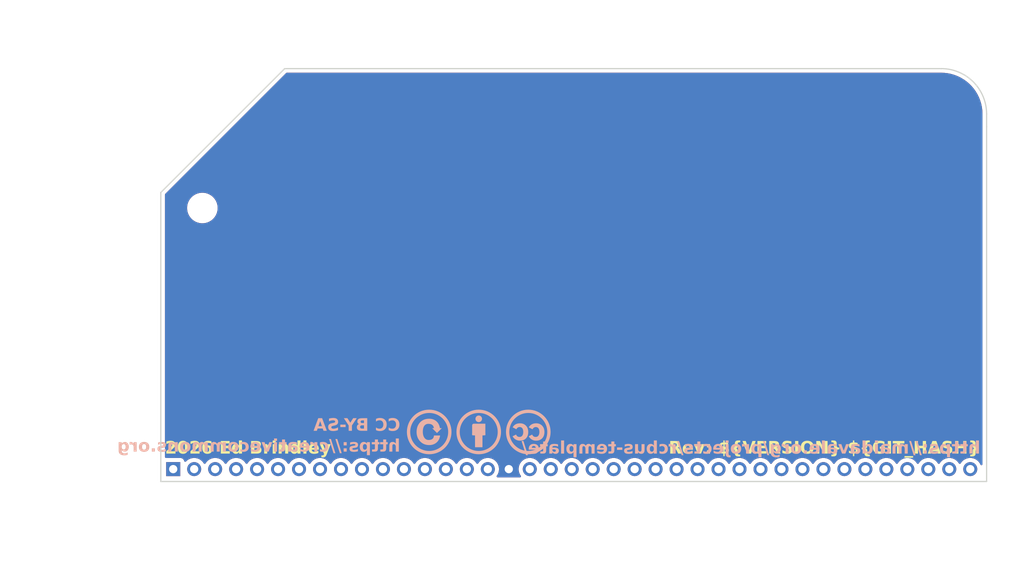
<source format=kicad_pcb>
(kicad_pcb (version 20241229) (generator "pcbnew") (generator_version "9.0")
  (title_block (title "RCBUS Template") (date "@date@") (rev "@version@"))
  (layers (0 "F.Cu" signal "Front") (2 "B.Cu" signal "Back") (13 "F.Paste" user) (15 "B.Paste" user) (5 "F.SilkS" user "F.Silkscreen") (7 "B.SilkS" user "B.Silkscreen") (1 "F.Mask" user) (3 "B.Mask" user) (25 "Edge.Cuts" user))
  (net 0 "")
  (net 1 "+5V")
  (net 2 "GND")
  (net 3 "/D0")
  (net 4 "/D1")
  (net 5 "/D2")
  (net 6 "/D3")
  (net 7 "/D4")
  (net 8 "/D5")
  (net 9 "/D6")
  (net 10 "/D7")
  (net 11 "/A1")
  (net 12 "/A4")
  (net 13 "/A3")
  (net 14 "/A2")
  (net 15 "/A5")
  (net 16 "/A6")
  (net 17 "/A7")
  (net 18 "/A0")
  (net 19 "/~{RESET}")
  (net 20 "/~{WR}")
  (net 21 "/~{IORQ}")
  (net 22 "/~{RD}")
  (net 24 "/~{INT}")
  (footprint "MountingHole:MountingHole_3.2mm_M3" (layer "F.Cu") (at 65.032 131.882)
    (property "Reference" "H1" (hide yes))
    (property "Value" "MountingHole")
    (pad "" np_thru_hole circle (at 0 0) (size 3.2 3.2) (drill 3.2) (layers "*.Cu" "*.Mask"))
  )
  (footprint "electrified:PinHeader_1x39_P2.54mm_Vertical" (layer "F.Cu") (at 61.5 163.5 90)
    (property "Reference" "P1" (hide yes))
    (property "Value" "1x39 pin header")
    (pad "1" thru_hole rect (at 0 0 90) (size 1.7 1.7) (drill 1) (layers "*.Cu" "*.Mask"))
    (pad "2" thru_hole oval (at 0 2.54 90) (size 1.7 1.7) (drill 1) (layers "*.Cu" "*.Mask"))
    (pad "3" thru_hole oval (at 0 5.08 90) (size 1.7 1.7) (drill 1) (layers "*.Cu" "*.Mask"))
    (pad "4" thru_hole oval (at 0 7.62 90) (size 1.7 1.7) (drill 1) (layers "*.Cu" "*.Mask"))
    (pad "5" thru_hole oval (at 0 10.16 90) (size 1.7 1.7) (drill 1) (layers "*.Cu" "*.Mask"))
    (pad "6" thru_hole oval (at 0 12.7 90) (size 1.7 1.7) (drill 1) (layers "*.Cu" "*.Mask"))
    (pad "7" thru_hole oval (at 0 15.24 90) (size 1.7 1.7) (drill 1) (layers "*.Cu" "*.Mask"))
    (pad "8" thru_hole oval (at 0 17.78 90) (size 1.7 1.7) (drill 1) (layers "*.Cu" "*.Mask"))
    (pad "9" thru_hole oval (at 0 20.32 90) (size 1.7 1.7) (drill 1) (layers "*.Cu" "*.Mask") (net 17 "/A7"))
    (pad "10" thru_hole oval (at 0 22.86 90) (size 1.7 1.7) (drill 1) (layers "*.Cu" "*.Mask") (net 16 "/A6"))
    (pad "11" thru_hole oval (at 0 25.4 90) (size 1.7 1.7) (drill 1) (layers "*.Cu" "*.Mask") (net 15 "/A5"))
    (pad "12" thru_hole oval (at 0 27.94 90) (size 1.7 1.7) (drill 1) (layers "*.Cu" "*.Mask") (net 12 "/A4"))
    (pad "13" thru_hole oval (at 0 30.48 90) (size 1.7 1.7) (drill 1) (layers "*.Cu" "*.Mask") (net 13 "/A3"))
    (pad "14" thru_hole oval (at 0 33.02 90) (size 1.7 1.7) (drill 1) (layers "*.Cu" "*.Mask") (net 14 "/A2"))
    (pad "15" thru_hole oval (at 0 35.56 90) (size 1.7 1.7) (drill 1) (layers "*.Cu" "*.Mask") (net 11 "/A1"))
    (pad "16" thru_hole oval (at 0 38.1 90) (size 1.7 1.7) (drill 1) (layers "*.Cu" "*.Mask") (net 18 "/A0"))
    (pad "17" thru_hole oval (at 0 40.64 90) (size 1.7 1.7) (drill 1) (layers "*.Cu" "*.Mask") (net 2 "GND"))
    (pad "18" thru_hole oval (at 0 43.18 90) (size 1.7 1.7) (drill 1) (layers "*.Cu" "*.Mask") (net 1 "+5V"))
    (pad "19" thru_hole oval (at 0 45.72 90) (size 1.7 1.7) (drill 1) (layers "*.Cu" "*.Mask"))
    (pad "20" thru_hole oval (at 0 48.26 90) (size 1.7 1.7) (drill 1) (layers "*.Cu" "*.Mask") (net 19 "/~{RESET}"))
    (pad "21" thru_hole oval (at 0 50.8 90) (size 1.7 1.7) (drill 1) (layers "*.Cu" "*.Mask"))
    (pad "22" thru_hole oval (at 0 53.34 90) (size 1.7 1.7) (drill 1) (layers "*.Cu" "*.Mask") (net 24 "/~{INT}"))
    (pad "23" thru_hole oval (at 0 55.88 90) (size 1.7 1.7) (drill 1) (layers "*.Cu" "*.Mask"))
    (pad "24" thru_hole oval (at 0 58.42 90) (size 1.7 1.7) (drill 1) (layers "*.Cu" "*.Mask") (net 20 "/~{WR}"))
    (pad "25" thru_hole oval (at 0 60.96 90) (size 1.7 1.7) (drill 1) (layers "*.Cu" "*.Mask") (net 22 "/~{RD}"))
    (pad "26" thru_hole oval (at 0 63.5 90) (size 1.7 1.7) (drill 1) (layers "*.Cu" "*.Mask") (net 21 "/~{IORQ}"))
    (pad "27" thru_hole oval (at 0 66.04 90) (size 1.7 1.7) (drill 1) (layers "*.Cu" "*.Mask") (net 3 "/D0"))
    (pad "28" thru_hole oval (at 0 68.58 90) (size 1.7 1.7) (drill 1) (layers "*.Cu" "*.Mask") (net 4 "/D1"))
    (pad "29" thru_hole oval (at 0 71.12 90) (size 1.7 1.7) (drill 1) (layers "*.Cu" "*.Mask") (net 5 "/D2"))
    (pad "30" thru_hole oval (at 0 73.66 90) (size 1.7 1.7) (drill 1) (layers "*.Cu" "*.Mask") (net 6 "/D3"))
    (pad "31" thru_hole oval (at 0 76.2 90) (size 1.7 1.7) (drill 1) (layers "*.Cu" "*.Mask") (net 7 "/D4"))
    (pad "32" thru_hole oval (at 0 78.74 90) (size 1.7 1.7) (drill 1) (layers "*.Cu" "*.Mask") (net 8 "/D5"))
    (pad "33" thru_hole oval (at 0 81.28 90) (size 1.7 1.7) (drill 1) (layers "*.Cu" "*.Mask") (net 9 "/D6"))
    (pad "34" thru_hole oval (at 0 83.82 90) (size 1.7 1.7) (drill 1) (layers "*.Cu" "*.Mask") (net 10 "/D7"))
    (pad "35" thru_hole oval (at 0 86.36 90) (size 1.7 1.7) (drill 1) (layers "*.Cu" "*.Mask"))
    (pad "36" thru_hole oval (at 0 88.9 90) (size 1.7 1.7) (drill 1) (layers "*.Cu" "*.Mask"))
    (pad "37" thru_hole oval (at 0 91.44 90) (size 1.7 1.7) (drill 1) (layers "*.Cu" "*.Mask"))
    (pad "38" thru_hole oval (at 0 93.98 90) (size 1.7 1.7) (drill 1) (layers "*.Cu" "*.Mask"))
    (pad "39" thru_hole oval (at 0 96.52 90) (size 1.7 1.7) (drill 1) (layers "*.Cu" "*.Mask"))
  )
  (footprint "electrified:Symbol_CC-Attribution_Silk_Small" (layer "B.Cu") (at 98.5 159 180)
    (property "Reference" "G4" (hide yes))
    (property "Value" "Symbol_CC-Attribution_Silk_Small" (hide yes))
    (fp_rect (start -0.45 0) (end 0.45 -1.85) (fill yes) (layer "B.SilkS"))
    (fp_rect (start -0.6 0.8) (end 0.6 -0.2) (stroke (width 0.4)) (fill yes) (layer "B.SilkS"))
    (fp_rect (start -0.8 -0.2) (end 0.8 -0.4) (fill yes) (layer "B.SilkS"))
    (fp_circle (center 0.00064 0) (end 2.50064 0) (stroke (width 0.4)) (fill no) (layer "B.SilkS"))
    (fp_circle (center 0 1.59) (end 0.3 1.59) (stroke (width 0.2)) (fill yes) (layer "B.SilkS"))
  )
  (footprint "electrified:Symbol_CC-ShareAlike_Silk_Small" (layer "B.Cu") (at 92.5 159 180)
    (property "Reference" "G5" (hide yes))
    (property "Value" "Symbol_CC-ShareAlike_Silk_Small" (hide yes))
    (fp_circle (center 0.00064 0) (end 2.50064 0) (stroke (width 0.4)) (fill no) (layer "B.SilkS"))
    (fp_poly (pts (xy 0.089378 1.599407) (xy 0.173326 1.594134) (xy 0.255047 1.585345) (xy 0.33454 1.573042) (xy 0.411806 1.557226) (xy 0.486844 1.537895) (xy 0.559651 1.515053) (xy 0.630228 1.488697) (xy 0.698574 1.45883) (xy 0.764688 1.425452) (xy 0.82857 1.388564) (xy 0.890217 1.348165) (xy 0.949631 1.304256) (xy 1.006809 1.256839) (xy 1.06175 1.205913) (xy 1.114456 1.151479) (xy 1.16443 1.094264) (xy 1.211182 1.035063) (xy 1.25471 0.973877) (xy 1.295015 0.910706) (xy 1.332096 0.84555) (xy 1.365953 0.778409) (xy 1.396587 0.709284) (xy 1.423997 0.638175) (xy 1.448182 0.565082) (xy 1.469143 0.490005) (xy 1.48688 0.412946) (xy 1.501392 0.333903) (xy 1.512679 0.252878) (xy 1.520742 0.169871) (xy 1.52558 0.084881) (xy 1.527192 -0.002091) (xy 1.525518 -0.086531) (xy 1.520495 -0.169169) (xy 1.512123 -0.250007) (xy 1.500404 -0.329043) (xy 1.485336 -0.406278) (xy 1.466921 -0.481713) (xy 1.445159 -0.555347) (xy 1.420049 -0.627181) (xy 1.391593 -0.697214) (xy 1.35979 -0.765447) (xy 1.324642 -0.83188) (xy 1.286147 -0.896512) (xy 1.244306 -0.959346) (xy 1.19912 -1.020379) (xy 1.150589 -1.079613) (xy 1.098713 -1.137047) (xy 1.044108 -1.191818) (xy 0.987526 -1.243058) (xy 0.928967 -1.290769) (xy 0.86843 -1.334948) (xy 0.805913 -1.375597) (xy 0.741416 -1.412713) (xy 0.674937 -1.446298) (xy 0.606476 -1.476349) (xy 0.53603 -1.502867) (xy 0.4636 -1.525851) (xy 0.389184 -1.545301) (xy 0.312781 -1.561215) (xy 0.23439 -1.573594) (xy 0.15401 -1.582437) (xy 0.07164 -1.587743) (xy -0.012722 -1.589512) (xy -0.075023 -1.588334) (xy -0.136249 -1.584801) (xy -0.1964 -1.578913) (xy -0.255477 -1.57067) (xy -0.313478 -1.56007) (xy -0.370405 -1.547114) (xy -0.426257 -1.531801) (xy -0.481033 -1.514132) (xy -0.534734 -1.494105) (xy -0.587359 -1.471722) (xy -0.638908 -1.44698) (xy -0.689382 -1.419881) (xy -0.73878 -1.390424) (xy -0.787101 -1.358608) (xy -0.834347 -1.324433) (xy -0.880516 -1.2879) (xy -0.925025 -1.249196) (xy -0.967259 -1.20851) (xy -1.007216 -1.165842) (xy -1.044898 -1.121192) (xy -1.080305 -1.074559) (xy -1.113437 -1.025943) (xy -1.144295 -0.975344) (xy -1.172878 -0.922762) (xy -1.199189 -0.868195) (xy -1.223226 -0.811645) (xy -1.244991 -0.75311) (xy -1.264483 -0.692591) (xy -1.281703 -0.630087) (xy -1.296652 -0.565598) (xy -1.30933 -0.499123) (xy -1.319737 -0.430663) (xy -0.57344 -0.430663) (xy -0.571207 -0.463873) (xy -0.567805 -0.496028) (xy -0.563235 -0.527129) (xy -0.557497 -0.557176) (xy -0.55059 -0.586169) (xy -0.542515 -0.614107) (xy -0.533272 -0.640991) (xy -0.522861 -0.666821) (xy -0.511282 -0.691597) (xy -0.498534 -0.715318) (xy -0.484618 -0.737985) (xy -0.469534 -0.759597) (xy -0.453282 -0.780156) (xy -0.435861 -0.79966) (xy -0.417273 -0.81811) (xy -0.397516 -0.835505) (xy -0.37659 -0.851847) (xy -0.354497 -0.867134) (xy -0.331235 -0.881366) (xy -0.306805 -0.894545) (xy -0.281207 -0.906669) (xy -0.254441 -0.917739) (xy -0.226507 -0.927755) (xy -0.197404 -0.936716) (xy -0.167133 -0.944623) (xy -0.135694 -0.951476) (xy -0.103086 -0.957274) (xy -0.06931 -0.962019) (xy -0.034367 -0.965708) (xy 0.001746 -0.968344) (xy 0.039026 -0.969926) (xy 0.077475 -0.970453) (xy 0.116 -0.969398) (xy 0.153581 -0.966234) (xy 0.190217 -0.960961) (xy 0.225906 -0.953578) (xy 0.260648 -0.944088) (xy 0.294443 -0.932489) (xy 0.32729 -0.918782) (xy 0.359188 -0.902967) (xy 0.390136 -0.885045) (xy 0.420134 -0.865016) (xy 0.449181 -0.84288) (xy 0.477277 -0.818637) (xy 0.50442 -0.792287) (xy 0.530611 -0.763832) (xy 0.555847 -0.733271) (xy 0.58013 -0.700604) (xy 0.603224 -0.666179) (xy 0.624828 -0.630344) (xy 0.64494 -0.5931) (xy 0.663562 -0.554447) (xy 0.680693 -0.514386) (xy 0.696334 -0.472918) (xy 0.710485 -0.430042) (xy 0.723146 -0.385761) (xy 0.734316 -0.340075) (xy 0.743997 -0.292984) (xy 0.752188 -0.244489) (xy 0.758889 -0.19459) (xy 0.764101 -0.143289) (xy 0.767824 -0.090586) (xy 0.770058 -0.036482) (xy 0.770802 0.019023) (xy 0.77012 0.077022) (xy 0.768072 0.133261) (xy 0.76466 0.187741) (xy 0.759883 0.240461) (xy 0.753743 0.291423) (xy 0.746238 0.340627) (xy 0.73737 0.388074) (xy 0.727139 0.433762) (xy 0.715545 0.477694) (xy 0.702588 0.51987) (xy 0.688268 0.560289) (xy 0.672587 0.598952) (xy 0.655543 0.63586) (xy 0.637138 0.671014) (xy 0.617371 0.704412) (xy 0.596243 0.736057) (xy 0.573803 0.765847) (xy 0.550169 0.793716) (xy 0.525339 0.819664) (xy 0.499313 0.843691) (xy 0.47209 0.865796) (xy 0.443669 0.88598) (xy 0.41405 0.904242) (xy 0.383231 0.920582) (xy 0.351212 0.935001) (xy 0.317991 0.947498) (xy 0.283569 0.958072) (xy 0.247945 0.966724) (xy 0.211116 0.973454) (xy 0.173084 0.978261) (xy 0.133846 0.981145) (xy 0.093403 0.982106) (xy 0.021324 0.980061) (xy -0.046698 0.973924) (xy -0.110664 0.963695) (xy -0.170576 0.949375) (xy -0.199011 0.940681) (xy -0.226432 0.930963) (xy -0.25284 0.920223) (xy -0.278234 0.908459) (xy -0.302615 0.895673) (xy -0.325982 0.881864) (xy -0.348336 0.867031) (xy -0.369676 0.851176) (xy -0.390003 0.834297) (xy -0.409317 0.816395) (xy -0.427618 0.79747) (xy -0.444905 0.777523) (xy -0.46118 0.756551) (xy -0.476441 0.734557) (xy -0.490689 0.71154) (xy -0.503925 0.687499) (xy -0.516147 0.662435) (xy -0.527357 0.636348) (xy -0.537553 0.609238) (xy -0.546738 0.581104) (xy -0.554909 0.551948) (xy -0.562068 0.521767) (xy -0.573347 0.458337) (xy -0.356376 0.458337) (xy -0.943671 -0.129051) (xy -1.53106 0.458337) (xy -1.298438 0.458245) (xy -1.28681 0.525417) (xy -1.273075 0.590666) (xy -1.257231 0.653992) (xy -1.239279 0.715395) (xy -1.219218 0.774875) (xy -1.197049 0.832432) (xy -1.17277 0.888066) (xy -1.146382 0.941777) (xy -1.117885 0.993565) (xy -1.087277 1.043431) (xy -1.05456 1.091373) (xy -1.019732 1.137392) (xy -0.982793 1.181488) (xy -0.943743 1.223661) (xy -0.902582 1.263912) (xy -0.859309 1.302239) (xy -0.814399 1.338437) (xy -0.768291 1.3723) (xy -0.720984 1.403827) (xy -0.672478 1.433019) (xy -0.622773 1.459876) (xy -0.571868 1.484397) (xy -0.519764 1.506583) (xy -0.466459 1.526434) (xy -0.411955 1.543949) (xy -0.35625 1.559129) (xy -0.299344 1.571973) (xy -0.241237 1.582482) (xy -0.181929 1.590656) (xy -0.12142 1.596494) (xy -0.059708 1.599997) (xy 0.003206 1.601165)) (fill yes) (layer "B.SilkS"))
  )
  (footprint "electrified:Symbol_CreativeCommons_Silk_Type2_Small" (layer "B.Cu") (at 104.5 159 180)
    (property "Reference" "G3" (hide yes))
    (property "Value" "Symbol_CreativeCommons_Silk_Type2_Small" (hide yes))
    (fp_circle (center 0 0) (end 2.5 0) (stroke (width 0.4)) (fill no) (layer "B.SilkS"))
    (fp_poly (pts (xy -0.883804 1.045736) (xy -0.809352 1.040027) (xy -0.737692 1.030487) (xy -0.668823 1.017116) (xy -0.602744 0.999913) (xy -0.539456 0.97888) (xy -0.478956 0.954016) (xy -0.421246 0.925322) (xy -0.366323 0.892798) (xy -0.314188 0.856444) (xy -0.264839 0.816262) (xy -0.218277 0.77225) (xy -0.174501 0.72441) (xy -0.133509 0.672742) (xy -0.095302 0.617245) (xy -0.059878 0.557921) (xy -0.513586 0.322018) (xy -0.522802 0.340539) (xy -0.532274 0.358356) (xy -0.542002 0.375471) (xy -0.551987 0.391882) (xy -0.562228 0.407588) (xy -0.572726 0.422589) (xy -0.583482 0.436884) (xy -0.594495 0.450474) (xy -0.605767 0.463356) (xy -0.617296 0.47553) (xy -0.629084 0.486997) (xy -0.641131 0.497755) (xy -0.653438 0.507803) (xy -0.666003 0.517141) (xy -0.678829 0.525769) (xy -0.691915 0.533685) (xy -0.705091 0.540991) (xy -0.718148 0.547828) (xy -0.731087 0.554196) (xy -0.743907 0.560094) (xy -0.756609 0.565522) (xy -0.769192 0.570479) (xy -0.781657 0.574966) (xy -0.794004 0.578982) (xy -0.806234 0.582526) (xy -0.818345 0.585599) (xy -0.830339 0.5882) (xy -0.842216 0.590329) (xy -0.853976 0.591985) (xy -0.865618 0.593169) (xy -0.877144 0.593879) (xy -0.888553 0.594116) (xy -0.916448 0.593531) (xy -0.943458 0.591778) (xy -0.969584 0.588855) (xy -0.994825 0.584764) (xy -1.019182 0.579503) (xy -1.042654 0.573074) (xy -1.065242 0.565475) (xy -1.086944 0.556707) (xy -1.107762 0.54677) (xy -1.127695 0.535663) (xy -1.146742 0.523388) (xy -1.164905 0.509942) (xy -1.182182 0.495328) (xy -1.198574 0.479544) (xy -1.21408 0.46259) (xy -1.228701 0.444468) (xy -1.242437 0.425175) (xy -1.255287 0.404713) (xy -1.267251 0.383081) (xy -1.27833 0.36028) (xy -1.288522 0.336309) (xy -1.297829 0.311168) (xy -1.30625 0.284858) (xy -1.313785 0.257377) (xy -1.320433 0.228727) (xy -1.326196 0.198907) (xy -1.331072 0.167917) (xy -1.335061 0.135757) (xy -1.338165 0.102427) (xy -1.340381 0.067927) (xy -1.341711 0.032257) (xy -1.342155 -0.004583) (xy -1.341706 -0.038169) (xy -1.340359 -0.070902) (xy -1.338115 -0.102782) (xy -1.334973 -0.133811) (xy -1.330934 -0.163988) (xy -1.325998 -0.193314) (xy -1.320164 -0.22179) (xy -1.313434 -0.249415) (xy -1.305807 -0.276192) (xy -1.297284 -0.302118) (xy -1.287864 -0.327197) (xy -1.277548 -0.351427) (xy -1.266336 -0.37481) (xy -1.254229 -0.397345) (xy -1.241225 -0.419033) (xy -1.227326 -0.439876) (xy -1.212533 -0.459657) (xy -1.19689 -0.478164) (xy -1.180396 -0.495395) (xy -1.163052 -0.511351) (xy -1.15406 -0.518851) (xy -1.144856 -0.526032) (xy -1.135439 -0.532893) (xy -1.12581 -0.539436) (xy -1.115968 -0.54566) (xy -1.105913 -0.551565) (xy -1.095645 -0.557151) (xy -1.085165 -0.562418) (xy -1.063566 -0.571994) (xy -1.041117 -0.580294) (xy -1.017817 -0.587318) (xy -0.993665 -0.593065) (xy -0.968664 -0.597535) (xy -0.942811 -0.600728) (xy -0.916107 -0.602644) (xy -0.888553 -0.603282) (xy -0.852191 -0.602148) (xy -0.8172 -0.598744) (xy -0.78358 -0.59307) (xy -0.75133 -0.585129) (xy -0.720451 -0.574918) (xy -0.690943 -0.56244) (xy -0.662804 -0.547694) (xy -0.636035 -0.530681) (xy -0.610635 -0.5114) (xy -0.586604 -0.489853) (xy -0.563941 -0.466039) (xy -0.542647 -0.439958) (xy -0.522721 -0.411612) (xy -0.504162 -0.381001) (xy -0.486971 -0.348124) (xy -0.471146 -0.312982) (xy -0.053951 -0.524648) (xy -0.070982 -0.555248) (xy -0.088817 -0.585018) (xy -0.107455 -0.613958) (xy -0.126897 -0.642067) (xy -0.147143 -0.669347) (xy -0.168192 -0.695797) (xy -0.190045 -0.721418) (xy -0.212701 -0.74621) (xy -0.236162 -0.770174) (xy -0.260426 -0.79331) (xy -0.285493 -0.815618) (xy -0.311364 -0.837098) (xy -0.338039 -0.857751) (xy -0.365518 -0.877577) (xy -0.3938 -0.896577) (xy -0.422886 -0.91475) (xy -0.452527 -0.931973) (xy -0.482551 -0.948083) (xy -0.512959 -0.963079) (xy -0.54375 -0.976963) (xy -0.574923 -0.989735) (xy -0.606479 -1.001394) (xy -0.638416 -1.011941) (xy -0.670735 -1.021377) (xy -0.703434 -1.029701) (xy -0.736514 -1.036915) (xy -0.769973 -1.043018) (xy -0.803812 -1.04801) (xy -0.83803 -1.051893) (xy -0.872626 -1.054666) (xy -0.9076 -1.056329) (xy -0.942951 -1.056884) (xy -0.998961 -1.055799) (xy -1.053604 -1.052542) (xy -1.10688 -1.047114) (xy -1.158787 -1.039514) (xy -1.209325 -1.029741) (xy -1.258495 -1.017794) (xy -1.306295 -1.003673) (xy -1.352725 -0.987378) (xy -1.397784 -0.968907) (xy -1.441473 -0.94826) (xy -1.48379 -0.925436) (xy -1.524735 -0.900436) (xy -1.564308 -0.873257) (xy -1.602508 -0.8439) (xy -1.639335 -0.812364) (xy -1.674789 -0.778648) (xy -1.708468 -0.743031) (xy -1.739975 -0.705712) (xy -1.769309 -0.666693) (xy -1.79647 -0.625972) (xy -1.821459 -0.58355) (xy -1.844274 -0.539427) (xy -1.864917 -0.493604) (xy -1.883386 -0.44608) (xy -1.899683 -0.396856) (xy -1.913807 -0.345931) (xy -1.925757 -0.293307) (xy -1.935535 -0.238982) (xy -1.943141 -0.182958) (xy -1.948573 -0.125235) (xy -1.951832 -0.065811) (xy -1.952919 -0.004689) (xy -1.95182 0.055014) (xy -1.948523 0.113154) (xy -1.94303 0.169732) (xy -1.935339 0.22475) (xy -1.925451 0.278206) (xy -1.913366 0.330102) (xy -1.899084 0.380438) (xy -1.882606 0.429215) (xy -1.863931 0.476432) (xy -1.84306 0.522091) (xy -1.819992 0.566192) (xy -1.794729 0.608736) (xy -1.76727 0.649722) (xy -1.737615 0.689152) (xy -1.705765 0.727026) (xy -1.671719 0.763344) (xy -1.635997 0.797755) (xy -1.599116 0.829949) (xy -1.561076 0.859924) (xy -1.521878 0.887681) (xy -1.48152 0.91322) (xy -1.440003 0.936539) (xy -1.397327 0.957638) (xy -1.353492 0.976518) (xy -1.308497 0.993178) (xy -1.262342 1.007618) (xy -1.215027 1.019837) (xy -1.166552 1.029835) (xy -1.116917 1.037612) (xy -1.066122 1.043167) (xy -1.014166 1.046501) (xy -0.961049 1.047612)) (fill yes) (layer "B.SilkS"))
    (fp_poly (pts (xy 1.075555 1.045736) (xy 1.14993 1.040027) (xy 1.221473 1.030487) (xy 1.290183 1.017116) (xy 1.35606 0.999913) (xy 1.419103 0.97888) (xy 1.479312 0.954016) (xy 1.536684 0.925322) (xy 1.59122 0.892798) (xy 1.642919 0.856444) (xy 1.69178 0.816262) (xy 1.737802 0.77225) (xy 1.780985 0.72441) (xy 1.821327 0.672742) (xy 1.858828 0.617245) (xy 1.893488 0.557921) (xy 1.893487 0.557921) (xy 1.445918 0.322018) (xy 1.436718 0.340539) (xy 1.427256 0.358356) (xy 1.417531 0.375471) (xy 1.407545 0.391882) (xy 1.397298 0.407588) (xy 1.386791 0.422589) (xy 1.376023 0.436884) (xy 1.364995 0.450474) (xy 1.353709 0.463356) (xy 1.342163 0.47553) (xy 1.33036 0.486997) (xy 1.318298 0.497755) (xy 1.305979 0.507803) (xy 1.293403 0.517141) (xy 1.280571 0.525769) (xy 1.267483 0.533685) (xy 1.254264 0.540991) (xy 1.241116 0.547828) (xy 1.228042 0.554196) (xy 1.215041 0.560094) (xy 1.202114 0.565522) (xy 1.189261 0.570479) (xy 1.176483 0.574966) (xy 1.16378 0.578982) (xy 1.151152 0.582526) (xy 1.138601 0.585599) (xy 1.126126 0.5882) (xy 1.113729 0.590329) (xy 1.101409 0.591985) (xy 1.089167 0.593169) (xy 1.077003 0.593879) (xy 1.064918 0.594116) (xy 1.037014 0.593531) (xy 1.009994 0.591778) (xy 0.98386 0.588855) (xy 0.958611 0.584764) (xy 0.934247 0.579503) (xy 0.910768 0.573074) (xy 0.888174 0.565475) (xy 0.866466 0.556707) (xy 0.845643 0.54677) (xy 0.825705 0.535663) (xy 0.806653 0.523388) (xy 0.788487 0.509942) (xy 0.771206 0.495328) (xy 0.754811 0.479544) (xy 0.739301 0.46259) (xy 0.724677 0.444468) (xy 0.710939 0.425175) (xy 0.698087 0.404713) (xy 0.686121 0.383081) (xy 0.675041 0.36028) (xy 0.664847 0.336309) (xy 0.655539 0.311168) (xy 0.647118 0.284858) (xy 0.639582 0.257377) (xy 0.632933 0.228727) (xy 0.62717 0.198907) (xy 0.622294 0.167917) (xy 0.618304 0.135757) (xy 0.615201 0.102427) (xy 0.612984 0.067927) (xy 0.611654 0.032257) (xy 0.611211 -0.004583) (xy 0.611661 -0.038169) (xy 0.613011 -0.070902) (xy 0.61526 -0.102782) (xy 0.618409 -0.133811) (xy 0.622456 -0.163988) (xy 0.627401 -0.193314) (xy 0.633244 -0.22179) (xy 0.639984 -0.249415) (xy 0.647621 -0.276192) (xy 0.656154 -0.302118) (xy 0.665582 -0.327197) (xy 0.675906 -0.351427) (xy 0.687125 -0.37481) (xy 0.699238 -0.397345) (xy 0.712245 -0.419033) (xy 0.726145 -0.439876) (xy 0.740918 -0.459657) (xy 0.756542 -0.478164) (xy 0.773017 -0.495395) (xy 0.781575 -0.503533) (xy 0.790345 -0.511351) (xy 0.799329 -0.518851) (xy 0.808525 -0.526032) (xy 0.817935 -0.532893) (xy 0.827559 -0.539436) (xy 0.837396 -0.54566) (xy 0.847446 -0.551565) (xy 0.85771 -0.557151) (xy 0.868187 -0.562418) (xy 0.889783 -0.571994) (xy 0.912233 -0.580294) (xy 0.93554 -0.587318) (xy 0.959702 -0.593065) (xy 0.98472 -0.597535) (xy 1.010595 -0.600728) (xy 1.037328 -0.602644) (xy 1.064918 -0.603282) (xy 1.101244 -0.602148) (xy 1.136206 -0.598744) (xy 1.169802 -0.59307) (xy 1.202032 -0.585129) (xy 1.232895 -0.574918) (xy 1.262391 -0.56244) (xy 1.290519 -0.547694) (xy 1.317278 -0.530681) (xy 1.342668 -0.5114) (xy 1.366688 -0.489853) (xy 1.389338 -0.466039) (xy 1.410616 -0.439958) (xy 1.430523 -0.411612) (xy 1.449058 -0.381001) (xy 1.466219 -0.348124) (xy 1.482008 -0.312982) (xy 1.905341 -0.524648) (xy 1.887597 -0.555248) (xy 1.869092 -0.585018) (xy 1.849828 -0.613958) (xy 1.829804 -0.642067) (xy 1.809022 -0.669347) (xy 1.787482 -0.695797) (xy 1.765185 -0.721418) (xy 1.742132 -0.74621) (xy 1.718324 -0.770174) (xy 1.693762 -0.79331) (xy 1.668446 -0.815618) (xy 1.642376 -0.837098) (xy 1.615555 -0.857751) (xy 1.587982 -0.877577) (xy 1.559658 -0.896577) (xy 1.530585 -0.91475) (xy 1.500932 -0.931973) (xy 1.47095 -0.948083) (xy 1.440637 -0.963079) (xy 1.409994 -0.976963) (xy 1.379022 -0.989735) (xy 1.34772 -1.001394) (xy 1.316088 -1.011941) (xy 1.284126 -1.021377) (xy 1.251834 -1.029701) (xy 1.219212 -1.036915) (xy 1.18626 -1.043018) (xy 1.152978 -1.04801) (xy 1.119367 -1.051893) (xy 1.085425 -1.054666) (xy 1.051154 -1.056329) (xy 1.016553 -1.056884) (xy 0.959808 -1.055799) (xy 0.904509 -1.052542) (xy 0.850656 -1.047114) (xy 0.798248 -1.039514) (xy 0.747285 -1.029741) (xy 0.697767 -1.017794) (xy 0.649692 -1.003673) (xy 0.603062 -0.987378) (xy 0.557875 -0.968907) (xy 0.514132 -0.94826) (xy 0.471831 -0.925436) (xy 0.430974 -0.900436) (xy 0.391558 -0.873257) (xy 0.353585 -0.8439) (xy 0.317054 -0.812364) (xy 0.281964 -0.778648) (xy 0.248594 -0.743031) (xy 0.217381 -0.705712) (xy 0.188326 -0.666693) (xy 0.161426 -0.625972) (xy 0.136682 -0.58355) (xy 0.114093 -0.539427) (xy 0.093658 -0.493604) (xy 0.075377 -0.44608) (xy 0.059249 -0.396856) (xy 0.045273 -0.345931) (xy 0.033449 -0.293307) (xy 0.023777 -0.238982) (xy 0.016254 -0.182958) (xy 0.010882 -0.125235) (xy 0.007659 -0.065811) (xy 0.006585 -0.004689) (xy 0.007683 0.055014) (xy 0.010976 0.113154) (xy 0.016466 0.169732) (xy 0.024152 0.22475) (xy 0.034035 0.278206) (xy 0.046116 0.330102) (xy 0.060395 0.380438) (xy 0.076872 0.429215) (xy 0.095548 0.476432) (xy 0.116423 0.522091) (xy 0.139499 0.566192) (xy 0.164775 0.608736) (xy 0.192251 0.649722) (xy 0.221929 0.689152) (xy 0.253808 0.727026) (xy 0.28789 0.763344) (xy 0.323594 0.797755) (xy 0.360459 0.829949) (xy 0.398484 0.859924) (xy 0.437669 0.887681) (xy 0.478015 0.91322) (xy 0.519521 0.936539) (xy 0.562187 0.957638) (xy 0.606012 0.976518) (xy 0.650997 0.993178) (xy 0.697142 1.007618) (xy 0.744446 1.019837) (xy 0.792909 1.029835) (xy 0.842531 1.037612) (xy 0.893312 1.043167) (xy 0.945251 1.046501) (xy 0.99835 1.047612)) (fill yes) (layer "B.SilkS"))
  )
  (gr_line (start 160 122.039) (end 160 120.5) (stroke (width 0.15)) (layer "Edge.Cuts"))
  (gr_line (start 154.5 115) (end 75 115) (stroke (width 0.15)) (layer "Edge.Cuts"))
  (gr_arc (start 154.5 115) (mid 158.389087 116.610913) (end 160 120.5) (stroke (width 0.15)) (layer "Edge.Cuts"))
  (gr_line (start 60 130) (end 75 115) (stroke (width 0.15)) (layer "Edge.Cuts"))
  (gr_line (start 60 130) (end 60 165) (stroke (width 0.15)) (layer "Edge.Cuts"))
  (gr_line (start 160 165) (end 160 122.039) (stroke (width 0.15)) (layer "Edge.Cuts"))
  (gr_line (start 60 165) (end 160 165) (stroke (width 0.15)) (layer "Edge.Cuts"))
  (gr_text "Rev: ${VERSION} ${GIT_HASH}" (at 159.25 161 0) (layer "F.SilkS") (effects (font (size 1.5 1.5) (thickness 0.34) (bold yes)) (justify right)))
  (gr_text "2026 Ed Brindley" (at 60.5 161 0) (layer "F.SilkS") (effects (font (size 1.5 1.5) (thickness 0.3) (bold yes)) (justify left)))
  (gr_text "https://maidavale.org/projects/rcbus-template/" (at 159.25 161 0) (layer "B.SilkS") (effects (font (size 1.5 1.5) (thickness 0.3) (bold yes)) (justify left mirror)))
  (gr_text "CC BY-SA\nhttps://creativecommons.org" (at 89 159.5 -0) (layer "B.SilkS") (effects (font (size 1.5 1.5) (thickness 0.3) (bold yes)) (justify left mirror)))
  (zone (net 2) (net_name "GND") (layers "F.Cu" "B.Cu") (connect_pads (clearance 0.5)) (min_thickness 0.254) (fill yes (thermal_gap 0.508) (thermal_bridge_width 0.508) (smoothing fillet) (island_removal_mode 2) (island_area_min 50))
    (polygon (pts (xy 60 115) (xy 160 115) (xy 160 165) (xy 60 165)))
  )
)
</source>
